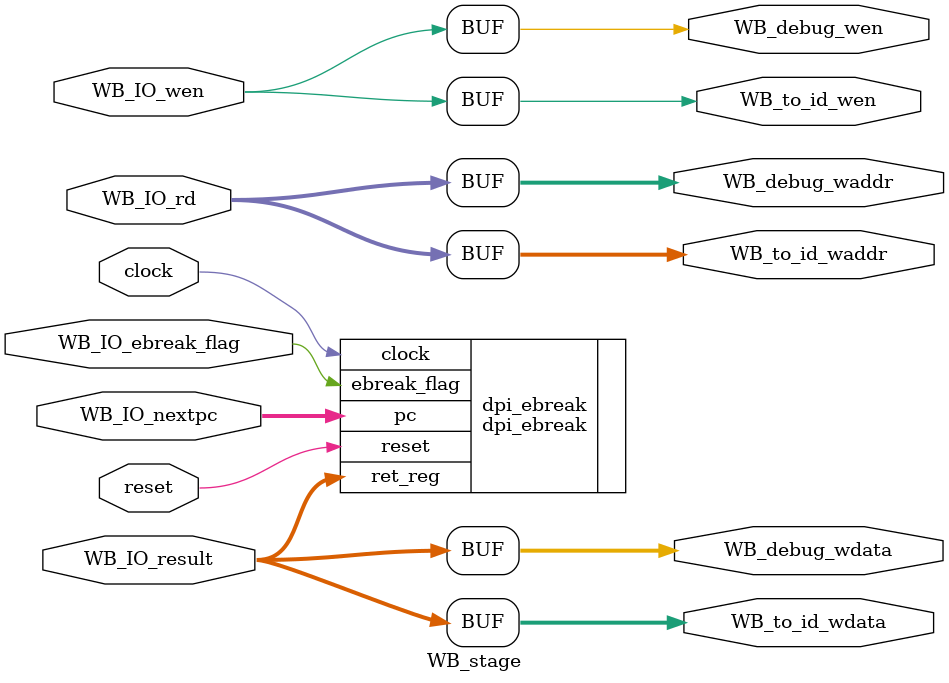
<source format=sv>
module WB_stage(	// @[<stdin>:1049:3]
  input         clock,	// @[<stdin>:1050:11]
                reset,	// @[<stdin>:1051:11]
                WB_IO_ebreak_flag,	// @[playground/src/WB_stage.scala:7:12]
                WB_IO_wen,	// @[playground/src/WB_stage.scala:7:12]
  input  [4:0]  WB_IO_rd,	// @[playground/src/WB_stage.scala:7:12]
  input  [31:0] WB_IO_result,	// @[playground/src/WB_stage.scala:7:12]
                WB_IO_nextpc,	// @[playground/src/WB_stage.scala:7:12]
  output [4:0]  WB_to_id_waddr,	// @[playground/src/WB_stage.scala:7:12]
  output [31:0] WB_to_id_wdata,	// @[playground/src/WB_stage.scala:7:12]
  output        WB_to_id_wen,	// @[playground/src/WB_stage.scala:7:12]
  output [4:0]  WB_debug_waddr,	// @[playground/src/WB_stage.scala:7:12]
  output [31:0] WB_debug_wdata,	// @[playground/src/WB_stage.scala:7:12]
  output        WB_debug_wen	// @[playground/src/WB_stage.scala:7:12]
);

  dpi_ebreak dpi_ebreak (	// @[playground/src/WB_stage.scala:21:24]
    .clock       (clock),
    .reset       (reset),
    .ebreak_flag (WB_IO_ebreak_flag),
    .pc          (WB_IO_nextpc),
    .ret_reg     (WB_IO_result)
  );
  assign WB_to_id_waddr = WB_IO_rd;	// @[<stdin>:1049:3]
  assign WB_to_id_wdata = WB_IO_result;	// @[<stdin>:1049:3]
  assign WB_to_id_wen = WB_IO_wen;	// @[<stdin>:1049:3]
  assign WB_debug_waddr = WB_IO_rd;	// @[<stdin>:1049:3]
  assign WB_debug_wdata = WB_IO_result;	// @[<stdin>:1049:3]
  assign WB_debug_wen = WB_IO_wen;	// @[<stdin>:1049:3]
endmodule


</source>
